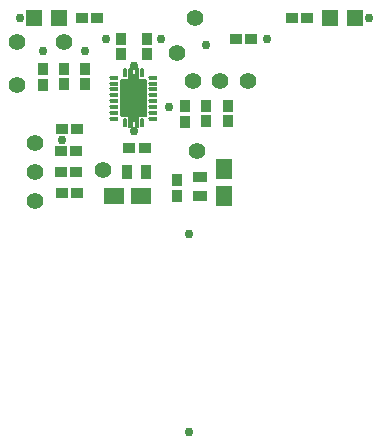
<source format=gts>
G04*
G04 #@! TF.GenerationSoftware,Altium Limited,Altium Designer,24.8.2 (39)*
G04*
G04 Layer_Color=8388736*
%FSLAX23Y23*%
%MOIN*%
G70*
G04*
G04 #@! TF.SameCoordinates,0D03BC48-351D-4F96-96CD-3B8D4E6E46E2*
G04*
G04*
G04 #@! TF.FilePolarity,Negative*
G04*
G01*
G75*
%ADD28R,0.033X0.041*%
G04:AMPARAMS|DCode=29|XSize=15mil|YSize=30mil|CornerRadius=5mil|HoleSize=0mil|Usage=FLASHONLY|Rotation=180.000|XOffset=0mil|YOffset=0mil|HoleType=Round|Shape=RoundedRectangle|*
%AMROUNDEDRECTD29*
21,1,0.015,0.020,0,0,180.0*
21,1,0.005,0.030,0,0,180.0*
1,1,0.010,-0.003,0.010*
1,1,0.010,0.003,0.010*
1,1,0.010,0.003,-0.010*
1,1,0.010,-0.003,-0.010*
%
%ADD29ROUNDEDRECTD29*%
G04:AMPARAMS|DCode=30|XSize=30mil|YSize=15mil|CornerRadius=5mil|HoleSize=0mil|Usage=FLASHONLY|Rotation=180.000|XOffset=0mil|YOffset=0mil|HoleType=Round|Shape=RoundedRectangle|*
%AMROUNDEDRECTD30*
21,1,0.030,0.005,0,0,180.0*
21,1,0.020,0.015,0,0,180.0*
1,1,0.010,-0.010,0.003*
1,1,0.010,0.010,0.003*
1,1,0.010,0.010,-0.003*
1,1,0.010,-0.010,-0.003*
%
%ADD30ROUNDEDRECTD30*%
G04:AMPARAMS|DCode=31|XSize=87mil|YSize=126mil|CornerRadius=5mil|HoleSize=0mil|Usage=FLASHONLY|Rotation=180.000|XOffset=0mil|YOffset=0mil|HoleType=Round|Shape=RoundedRectangle|*
%AMROUNDEDRECTD31*
21,1,0.087,0.116,0,0,180.0*
21,1,0.077,0.126,0,0,180.0*
1,1,0.010,-0.038,0.058*
1,1,0.010,0.038,0.058*
1,1,0.010,0.038,-0.058*
1,1,0.010,-0.038,-0.058*
%
%ADD31ROUNDEDRECTD31*%
%ADD32C,0.055*%
%ADD33R,0.041X0.033*%
%ADD34R,0.046X0.036*%
%ADD35R,0.056X0.066*%
%ADD36R,0.036X0.046*%
%ADD37R,0.066X0.056*%
%ADD38R,0.053X0.053*%
%ADD39C,0.030*%
G36*
X1497Y2705D02*
X1496Y2705D01*
X1496Y2705D01*
X1496Y2705D01*
X1495Y2705D01*
X1495Y2705D01*
X1495Y2705D01*
X1494Y2705D01*
X1494Y2705D01*
X1494Y2706D01*
X1494Y2706D01*
X1493Y2706D01*
X1493Y2706D01*
X1493Y2706D01*
X1493Y2706D01*
X1492Y2707D01*
X1492Y2707D01*
X1492Y2707D01*
X1492Y2707D01*
X1492Y2708D01*
X1492Y2708D01*
X1491Y2708D01*
X1491Y2709D01*
X1491Y2709D01*
X1491Y2709D01*
X1491Y2709D01*
X1491Y2710D01*
X1491Y2710D01*
X1491Y2710D01*
X1491Y2711D01*
Y2741D01*
X1471D01*
X1471Y2741D01*
X1471Y2741D01*
X1470Y2741D01*
X1470Y2741D01*
X1470Y2741D01*
X1469Y2741D01*
X1469Y2742D01*
X1469Y2742D01*
X1469Y2742D01*
X1468Y2742D01*
X1468Y2742D01*
X1468Y2742D01*
X1467Y2743D01*
X1467Y2743D01*
X1467Y2743D01*
X1467Y2743D01*
X1467Y2743D01*
X1466Y2744D01*
X1466Y2744D01*
X1466Y2744D01*
X1466Y2744D01*
X1466Y2745D01*
X1466Y2745D01*
X1466Y2745D01*
X1465Y2746D01*
X1465Y2746D01*
X1465Y2746D01*
X1465Y2747D01*
X1465Y2747D01*
X1465Y2747D01*
Y2863D01*
X1465Y2864D01*
X1465Y2864D01*
X1465Y2864D01*
X1465Y2865D01*
X1465Y2865D01*
X1466Y2865D01*
X1466Y2865D01*
X1466Y2866D01*
X1466Y2866D01*
X1466Y2866D01*
X1466Y2867D01*
X1466Y2867D01*
X1467Y2867D01*
X1467Y2867D01*
X1467Y2868D01*
X1467Y2868D01*
X1467Y2868D01*
X1468Y2868D01*
X1468Y2868D01*
X1468Y2868D01*
X1469Y2869D01*
X1469Y2869D01*
X1469Y2869D01*
X1469Y2869D01*
X1470Y2869D01*
X1470Y2869D01*
X1470Y2869D01*
X1471Y2869D01*
X1471Y2869D01*
X1471Y2869D01*
X1491D01*
X1491Y2869D01*
X1491Y2869D01*
X1491Y2869D01*
X1491Y2869D01*
X1491Y2869D01*
X1491Y2869D01*
X1491Y2869D01*
X1491Y2869D01*
X1491Y2869D01*
X1491Y2869D01*
X1491Y2869D01*
X1491Y2869D01*
X1491Y2869D01*
X1491Y2869D01*
X1491Y2869D01*
X1491Y2869D01*
X1491Y2869D01*
X1491Y2869D01*
X1491Y2869D01*
X1491Y2869D01*
X1491Y2869D01*
X1491Y2869D01*
X1491Y2869D01*
X1491Y2869D01*
X1491Y2869D01*
X1491Y2869D01*
X1491Y2869D01*
X1491Y2869D01*
Y2869D01*
X1491Y2869D01*
Y2900D01*
X1491Y2900D01*
X1491Y2900D01*
X1491Y2901D01*
X1491Y2901D01*
X1491Y2901D01*
X1491Y2902D01*
X1491Y2902D01*
X1491Y2902D01*
X1492Y2902D01*
X1492Y2903D01*
X1492Y2903D01*
X1492Y2903D01*
X1492Y2903D01*
X1492Y2904D01*
X1493Y2904D01*
X1493Y2904D01*
X1493Y2904D01*
X1493Y2905D01*
X1494Y2905D01*
X1494Y2905D01*
X1494Y2905D01*
X1494Y2905D01*
X1495Y2905D01*
X1495Y2905D01*
X1495Y2905D01*
X1496Y2906D01*
X1496Y2906D01*
X1496Y2906D01*
X1496Y2906D01*
X1497Y2906D01*
X1501D01*
X1501Y2906D01*
X1502Y2906D01*
X1502Y2906D01*
X1502Y2906D01*
X1502Y2905D01*
X1503Y2905D01*
X1503Y2905D01*
X1503Y2905D01*
X1504Y2905D01*
X1504Y2905D01*
X1504Y2905D01*
X1504Y2905D01*
X1505Y2904D01*
X1505Y2904D01*
X1505Y2904D01*
X1505Y2904D01*
X1505Y2903D01*
X1506Y2903D01*
X1506Y2903D01*
X1506Y2903D01*
X1506Y2902D01*
X1506Y2902D01*
X1506Y2902D01*
X1506Y2902D01*
X1507Y2901D01*
X1507Y2901D01*
X1507Y2901D01*
X1507Y2900D01*
X1507Y2900D01*
X1507Y2900D01*
Y2885D01*
X1512D01*
X1512Y2885D01*
X1512Y2885D01*
X1512Y2885D01*
X1512Y2885D01*
X1512Y2885D01*
X1512Y2885D01*
X1512Y2885D01*
X1512Y2885D01*
X1512Y2885D01*
X1513Y2885D01*
X1513Y2885D01*
X1513Y2885D01*
X1513Y2885D01*
X1513Y2885D01*
X1513Y2885D01*
X1513Y2885D01*
X1513Y2885D01*
X1513Y2885D01*
X1513Y2885D01*
X1513Y2885D01*
X1513Y2885D01*
X1513Y2885D01*
X1513Y2885D01*
X1513Y2885D01*
X1513Y2885D01*
X1513Y2885D01*
X1513Y2885D01*
X1513Y2885D01*
X1513Y2885D01*
Y2885D01*
X1513Y2900D01*
X1513Y2900D01*
X1513Y2900D01*
X1513Y2901D01*
X1513Y2901D01*
X1513Y2901D01*
X1513Y2902D01*
X1513Y2902D01*
X1513Y2902D01*
X1513Y2902D01*
X1513Y2903D01*
X1513Y2903D01*
X1514Y2903D01*
X1514Y2903D01*
X1514Y2904D01*
X1514Y2904D01*
X1514Y2904D01*
X1515Y2904D01*
X1515Y2905D01*
X1515Y2905D01*
X1515Y2905D01*
X1516Y2905D01*
X1516Y2905D01*
X1516Y2905D01*
X1517Y2905D01*
X1517Y2905D01*
X1517Y2906D01*
X1518Y2906D01*
X1518Y2906D01*
X1518Y2906D01*
X1518Y2906D01*
X1523D01*
X1523Y2906D01*
X1523Y2906D01*
X1524Y2906D01*
X1524Y2906D01*
X1524Y2905D01*
X1524Y2905D01*
X1525Y2905D01*
X1525Y2905D01*
X1525Y2905D01*
X1526Y2905D01*
X1526Y2905D01*
X1526Y2905D01*
X1526Y2904D01*
X1526Y2904D01*
X1527Y2904D01*
X1527Y2904D01*
X1527Y2903D01*
X1527Y2903D01*
X1527Y2903D01*
X1528Y2903D01*
X1528Y2902D01*
X1528Y2902D01*
X1528Y2902D01*
X1528Y2902D01*
X1528Y2901D01*
X1528Y2901D01*
X1528Y2901D01*
X1528Y2900D01*
X1528Y2900D01*
X1528Y2900D01*
Y2869D01*
X1548D01*
X1548Y2869D01*
X1549Y2869D01*
X1549Y2869D01*
X1549Y2869D01*
X1550Y2869D01*
X1550Y2869D01*
X1550Y2869D01*
X1550Y2869D01*
X1551Y2869D01*
X1551Y2868D01*
X1551Y2868D01*
X1552Y2868D01*
X1552Y2868D01*
X1552Y2868D01*
X1552Y2868D01*
X1552Y2867D01*
X1553Y2867D01*
X1553Y2867D01*
X1553Y2867D01*
X1553Y2866D01*
X1553Y2866D01*
X1553Y2866D01*
X1554Y2865D01*
X1554Y2865D01*
X1554Y2865D01*
X1554Y2865D01*
X1554Y2864D01*
X1554Y2864D01*
X1554Y2864D01*
X1554Y2863D01*
Y2747D01*
X1554Y2747D01*
X1554Y2747D01*
X1554Y2746D01*
X1554Y2746D01*
X1554Y2746D01*
X1554Y2745D01*
X1554Y2745D01*
X1553Y2745D01*
X1553Y2744D01*
X1553Y2744D01*
X1553Y2744D01*
X1553Y2744D01*
X1553Y2743D01*
X1552Y2743D01*
X1552Y2743D01*
X1552Y2743D01*
X1552Y2743D01*
X1552Y2742D01*
X1551Y2742D01*
X1551Y2742D01*
X1551Y2742D01*
X1550Y2742D01*
X1550Y2742D01*
X1550Y2741D01*
X1550Y2741D01*
X1549Y2741D01*
X1549Y2741D01*
X1549Y2741D01*
X1548Y2741D01*
X1548Y2741D01*
X1528Y2741D01*
X1528Y2741D01*
X1528Y2741D01*
X1528Y2741D01*
X1528Y2741D01*
X1528Y2741D01*
X1528Y2741D01*
X1528Y2741D01*
X1528Y2741D01*
X1528Y2741D01*
X1528Y2741D01*
X1528Y2741D01*
X1528Y2741D01*
X1528Y2741D01*
X1528Y2741D01*
X1528Y2741D01*
X1528Y2741D01*
X1528Y2741D01*
X1528Y2741D01*
X1528Y2741D01*
X1528Y2741D01*
X1528Y2741D01*
X1528Y2741D01*
X1528Y2741D01*
X1528Y2741D01*
X1528Y2741D01*
X1528Y2741D01*
X1528Y2741D01*
X1528Y2741D01*
X1528Y2741D01*
X1528Y2741D01*
Y2711D01*
X1528Y2710D01*
X1528Y2710D01*
X1528Y2710D01*
X1528Y2709D01*
X1528Y2709D01*
X1528Y2709D01*
X1528Y2709D01*
X1528Y2708D01*
X1528Y2708D01*
X1528Y2708D01*
X1527Y2707D01*
X1527Y2707D01*
X1527Y2707D01*
X1527Y2707D01*
X1527Y2707D01*
X1526Y2706D01*
X1526Y2706D01*
X1526Y2706D01*
X1526Y2706D01*
X1525Y2706D01*
X1525Y2705D01*
X1525Y2705D01*
X1525Y2705D01*
X1524Y2705D01*
X1524Y2705D01*
X1524Y2705D01*
X1523Y2705D01*
X1523Y2705D01*
X1523Y2705D01*
X1522Y2705D01*
X1519D01*
X1518Y2705D01*
X1518Y2705D01*
X1518Y2705D01*
X1517Y2705D01*
X1517Y2705D01*
X1517Y2705D01*
X1516Y2705D01*
X1516Y2705D01*
X1516Y2705D01*
X1516Y2706D01*
X1515Y2706D01*
X1515Y2706D01*
X1515Y2706D01*
X1515Y2706D01*
X1514Y2707D01*
X1514Y2707D01*
X1514Y2707D01*
X1514Y2707D01*
X1513Y2707D01*
X1513Y2708D01*
X1513Y2708D01*
X1513Y2708D01*
X1513Y2709D01*
X1513Y2709D01*
X1513Y2709D01*
X1513Y2709D01*
X1513Y2710D01*
X1513Y2710D01*
X1513Y2710D01*
X1513Y2711D01*
X1513Y2725D01*
X1507Y2725D01*
Y2711D01*
X1507Y2710D01*
X1507Y2710D01*
X1507Y2710D01*
X1507Y2709D01*
X1507Y2709D01*
X1506Y2709D01*
X1506Y2709D01*
X1506Y2708D01*
X1506Y2708D01*
X1506Y2708D01*
X1506Y2707D01*
X1506Y2707D01*
X1505Y2707D01*
X1505Y2707D01*
X1505Y2706D01*
X1505Y2706D01*
X1505Y2706D01*
X1504Y2706D01*
X1504Y2706D01*
X1504Y2706D01*
X1504Y2705D01*
X1503Y2705D01*
X1503Y2705D01*
X1503Y2705D01*
X1502Y2705D01*
X1502Y2705D01*
X1502Y2705D01*
X1501Y2705D01*
X1501Y2705D01*
X1501Y2705D01*
X1497D01*
X1497Y2705D01*
D02*
G37*
D28*
X1555Y2951D02*
D03*
Y3002D02*
D03*
X1467Y2951D02*
D03*
Y3002D02*
D03*
X1752Y2780D02*
D03*
Y2728D02*
D03*
X1823Y2780D02*
D03*
Y2728D02*
D03*
X1654Y2531D02*
D03*
Y2480D02*
D03*
X1681Y2778D02*
D03*
Y2727D02*
D03*
X1348Y2852D02*
D03*
Y2904D02*
D03*
X1277Y2852D02*
D03*
Y2904D02*
D03*
X1206Y2901D02*
D03*
Y2849D02*
D03*
D29*
X1539Y2721D02*
D03*
X1480D02*
D03*
X1539Y2890D02*
D03*
X1480D02*
D03*
D30*
X1575Y2795D02*
D03*
Y2815D02*
D03*
X1575Y2835D02*
D03*
Y2854D02*
D03*
Y2874D02*
D03*
Y2776D02*
D03*
Y2756D02*
D03*
Y2736D02*
D03*
X1445Y2795D02*
D03*
Y2815D02*
D03*
X1445Y2835D02*
D03*
Y2854D02*
D03*
Y2874D02*
D03*
Y2776D02*
D03*
Y2756D02*
D03*
Y2736D02*
D03*
D31*
X1510Y2805D02*
D03*
D32*
X1707Y2864D02*
D03*
X1890D02*
D03*
X1798D02*
D03*
X1122Y2849D02*
D03*
X1713Y3071D02*
D03*
X1722Y2628D02*
D03*
X1409Y2567D02*
D03*
X1654Y2956D02*
D03*
X1181Y2657D02*
D03*
Y2461D02*
D03*
X1181Y2559D02*
D03*
X1277Y2991D02*
D03*
X1122Y2992D02*
D03*
D33*
X1850Y3002D02*
D03*
X1902D02*
D03*
X1268Y2559D02*
D03*
X1319D02*
D03*
X1268Y2630D02*
D03*
X1319D02*
D03*
X1270Y2488D02*
D03*
X1321D02*
D03*
X1270Y2701D02*
D03*
X1321D02*
D03*
X1337Y3072D02*
D03*
X1388D02*
D03*
X2087Y3071D02*
D03*
X2036D02*
D03*
X1546Y2638D02*
D03*
X1495D02*
D03*
D34*
X1732Y2480D02*
D03*
Y2544D02*
D03*
D35*
X1811Y2480D02*
D03*
Y2570D02*
D03*
D36*
X1486Y2559D02*
D03*
X1550D02*
D03*
D37*
X1445Y2480D02*
D03*
X1535D02*
D03*
D38*
X1179Y3071D02*
D03*
X1262D02*
D03*
X2246D02*
D03*
X2163D02*
D03*
D39*
X1270Y2667D02*
D03*
X1693Y1693D02*
D03*
X1602Y3004D02*
D03*
X1417D02*
D03*
X1510Y2913D02*
D03*
X1955Y3002D02*
D03*
X1510Y2697D02*
D03*
X1486Y2766D02*
D03*
X1535D02*
D03*
Y2844D02*
D03*
X1486D02*
D03*
X1510Y2805D02*
D03*
X1693Y2352D02*
D03*
X2293Y3071D02*
D03*
X1132D02*
D03*
X1752Y2982D02*
D03*
X1626Y2776D02*
D03*
X1122Y2992D02*
D03*
X1348Y2961D02*
D03*
X1206D02*
D03*
M02*

</source>
